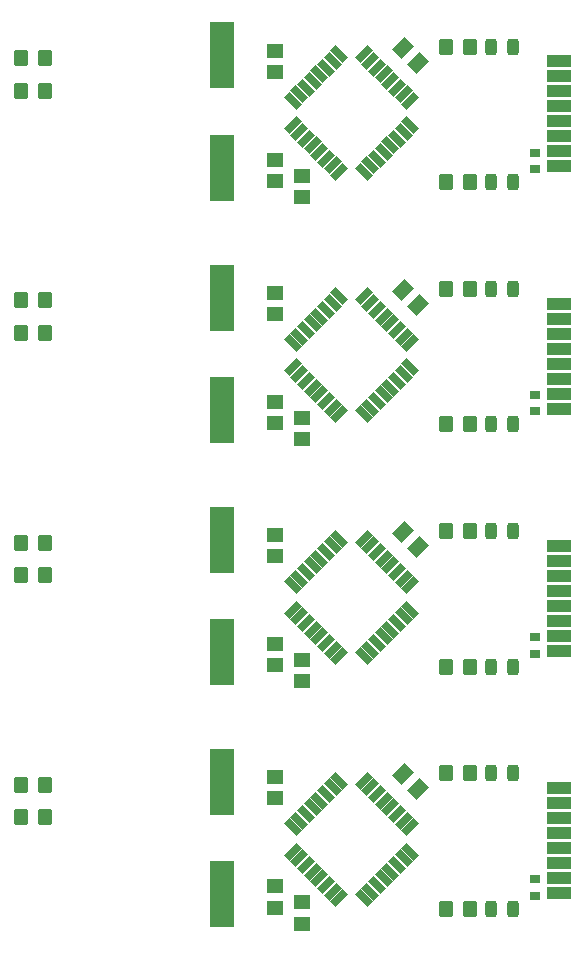
<source format=gbp>
%TF.GenerationSoftware,KiCad,Pcbnew,7.0.5*%
%TF.CreationDate,2023-11-06T22:37:59+10:00*%
%TF.ProjectId,TallyLight_Panel,54616c6c-794c-4696-9768-745f50616e65,rev?*%
%TF.SameCoordinates,Original*%
%TF.FileFunction,Paste,Bot*%
%TF.FilePolarity,Positive*%
%FSLAX46Y46*%
G04 Gerber Fmt 4.6, Leading zero omitted, Abs format (unit mm)*
G04 Created by KiCad (PCBNEW 7.0.5) date 2023-11-06 22:37:59*
%MOMM*%
%LPD*%
G01*
G04 APERTURE LIST*
G04 Aperture macros list*
%AMRoundRect*
0 Rectangle with rounded corners*
0 $1 Rounding radius*
0 $2 $3 $4 $5 $6 $7 $8 $9 X,Y pos of 4 corners*
0 Add a 4 corners polygon primitive as box body*
4,1,4,$2,$3,$4,$5,$6,$7,$8,$9,$2,$3,0*
0 Add four circle primitives for the rounded corners*
1,1,$1+$1,$2,$3*
1,1,$1+$1,$4,$5*
1,1,$1+$1,$6,$7*
1,1,$1+$1,$8,$9*
0 Add four rect primitives between the rounded corners*
20,1,$1+$1,$2,$3,$4,$5,0*
20,1,$1+$1,$4,$5,$6,$7,0*
20,1,$1+$1,$6,$7,$8,$9,0*
20,1,$1+$1,$8,$9,$2,$3,0*%
%AMRotRect*
0 Rectangle, with rotation*
0 The origin of the aperture is its center*
0 $1 length*
0 $2 width*
0 $3 Rotation angle, in degrees counterclockwise*
0 Add horizontal line*
21,1,$1,$2,0,0,$3*%
G04 Aperture macros list end*
%ADD10RoundRect,0.250000X0.350000X0.450000X-0.350000X0.450000X-0.350000X-0.450000X0.350000X-0.450000X0*%
%ADD11R,1.450000X1.150000*%
%ADD12RoundRect,0.250000X-0.350000X-0.450000X0.350000X-0.450000X0.350000X0.450000X-0.350000X0.450000X0*%
%ADD13RoundRect,0.243750X0.243750X0.456250X-0.243750X0.456250X-0.243750X-0.456250X0.243750X-0.456250X0*%
%ADD14R,2.000000X1.000000*%
%ADD15R,0.940000X0.750000*%
%ADD16R,2.100000X5.600000*%
%ADD17RotRect,1.150000X1.450000X315.000000*%
%ADD18RotRect,0.600000X1.500000X315.000000*%
%ADD19RotRect,0.600000X1.500000X45.000000*%
G04 APERTURE END LIST*
D10*
%TO.C,R2*%
X90000000Y-121875000D03*
X88000000Y-121875000D03*
%TD*%
D11*
%TO.C,C17*%
X109500000Y-129525000D03*
X109500000Y-127725000D03*
%TD*%
D12*
%TO.C,R4*%
X124000000Y-129625000D03*
X126000000Y-129625000D03*
%TD*%
D13*
%TO.C,5V*%
X129625000Y-118125000D03*
X127750000Y-118125000D03*
%TD*%
D14*
%TO.C,NRF24L01*%
X133550000Y-127005000D03*
X133550000Y-128275000D03*
X133550000Y-125735000D03*
X133550000Y-124465000D03*
X133550000Y-123195000D03*
X133550000Y-121925000D03*
X133550000Y-120655000D03*
X133550000Y-119385000D03*
%TD*%
D15*
%TO.C,C12*%
X131500000Y-128525000D03*
X131500000Y-127125000D03*
%TD*%
D13*
%TO.C,3V3*%
X129687500Y-129625000D03*
X127812500Y-129625000D03*
%TD*%
D11*
%TO.C,C18*%
X109500000Y-118475000D03*
X109500000Y-120275000D03*
%TD*%
D12*
%TO.C,R5*%
X124000000Y-118125000D03*
X126000000Y-118125000D03*
%TD*%
D16*
%TO.C,16M*%
X105000000Y-128375000D03*
X105000000Y-118875000D03*
%TD*%
D17*
%TO.C,C16*%
X120363604Y-118238604D03*
X121636396Y-119511396D03*
%TD*%
D10*
%TO.C,R1*%
X90000000Y-119125000D03*
X88000000Y-119125000D03*
%TD*%
D11*
%TO.C,C14*%
X111750000Y-130875000D03*
X111750000Y-129075000D03*
%TD*%
D18*
%TO.C,ATMEGA328P*%
X114949390Y-128756371D03*
X114383705Y-128190685D03*
X113818019Y-127625000D03*
X113252334Y-127059315D03*
X112686648Y-126493629D03*
X112120963Y-125927944D03*
X111555278Y-125362258D03*
X110989592Y-124796573D03*
D19*
X110989592Y-122745963D03*
X111555278Y-122180278D03*
X112120963Y-121614592D03*
X112686648Y-121048907D03*
X113252334Y-120483221D03*
X113818019Y-119917536D03*
X114383705Y-119351851D03*
X114949390Y-118786165D03*
D18*
X117000000Y-118786165D03*
X117565685Y-119351851D03*
X118131371Y-119917536D03*
X118697056Y-120483221D03*
X119262742Y-121048907D03*
X119828427Y-121614592D03*
X120394112Y-122180278D03*
X120959798Y-122745963D03*
D19*
X120959798Y-124796573D03*
X120394112Y-125362258D03*
X119828427Y-125927944D03*
X119262742Y-126493629D03*
X118697056Y-127059315D03*
X118131371Y-127625000D03*
X117565685Y-128190685D03*
X117000000Y-128756371D03*
%TD*%
D11*
%TO.C,C17*%
X109500000Y-109025000D03*
X109500000Y-107225000D03*
%TD*%
D12*
%TO.C,R4*%
X124000000Y-109125000D03*
X126000000Y-109125000D03*
%TD*%
D13*
%TO.C,5V*%
X129625000Y-97625000D03*
X127750000Y-97625000D03*
%TD*%
D14*
%TO.C,NRF24L01*%
X133550000Y-106505000D03*
X133550000Y-107775000D03*
X133550000Y-105235000D03*
X133550000Y-103965000D03*
X133550000Y-102695000D03*
X133550000Y-101425000D03*
X133550000Y-100155000D03*
X133550000Y-98885000D03*
%TD*%
D15*
%TO.C,C12*%
X131500000Y-108025000D03*
X131500000Y-106625000D03*
%TD*%
D11*
%TO.C,C18*%
X109500000Y-97975000D03*
X109500000Y-99775000D03*
%TD*%
D16*
%TO.C,16M*%
X105000000Y-107875000D03*
X105000000Y-98375000D03*
%TD*%
D10*
%TO.C,R1*%
X90000000Y-98625000D03*
X88000000Y-98625000D03*
%TD*%
D17*
%TO.C,C16*%
X120363604Y-97738604D03*
X121636396Y-99011396D03*
%TD*%
D12*
%TO.C,R5*%
X124000000Y-97625000D03*
X126000000Y-97625000D03*
%TD*%
D11*
%TO.C,C14*%
X111750000Y-110375000D03*
X111750000Y-108575000D03*
%TD*%
D18*
%TO.C,ATMEGA328P*%
X114949390Y-108256371D03*
X114383705Y-107690685D03*
X113818019Y-107125000D03*
X113252334Y-106559315D03*
X112686648Y-105993629D03*
X112120963Y-105427944D03*
X111555278Y-104862258D03*
X110989592Y-104296573D03*
D19*
X110989592Y-102245963D03*
X111555278Y-101680278D03*
X112120963Y-101114592D03*
X112686648Y-100548907D03*
X113252334Y-99983221D03*
X113818019Y-99417536D03*
X114383705Y-98851851D03*
X114949390Y-98286165D03*
D18*
X117000000Y-98286165D03*
X117565685Y-98851851D03*
X118131371Y-99417536D03*
X118697056Y-99983221D03*
X119262742Y-100548907D03*
X119828427Y-101114592D03*
X120394112Y-101680278D03*
X120959798Y-102245963D03*
D19*
X120959798Y-104296573D03*
X120394112Y-104862258D03*
X119828427Y-105427944D03*
X119262742Y-105993629D03*
X118697056Y-106559315D03*
X118131371Y-107125000D03*
X117565685Y-107690685D03*
X117000000Y-108256371D03*
%TD*%
D10*
%TO.C,R2*%
X90000000Y-101375000D03*
X88000000Y-101375000D03*
%TD*%
D13*
%TO.C,3V3*%
X129687500Y-109125000D03*
X127812500Y-109125000D03*
%TD*%
D10*
%TO.C,R2*%
X90000000Y-80875000D03*
X88000000Y-80875000D03*
%TD*%
D11*
%TO.C,C17*%
X109500000Y-88525000D03*
X109500000Y-86725000D03*
%TD*%
D12*
%TO.C,R4*%
X124000000Y-88625000D03*
X126000000Y-88625000D03*
%TD*%
D13*
%TO.C,5V*%
X129625000Y-77125000D03*
X127750000Y-77125000D03*
%TD*%
D14*
%TO.C,NRF24L01*%
X133550000Y-86005000D03*
X133550000Y-87275000D03*
X133550000Y-84735000D03*
X133550000Y-83465000D03*
X133550000Y-82195000D03*
X133550000Y-80925000D03*
X133550000Y-79655000D03*
X133550000Y-78385000D03*
%TD*%
D13*
%TO.C,3V3*%
X129687500Y-88625000D03*
X127812500Y-88625000D03*
%TD*%
D12*
%TO.C,R5*%
X124000000Y-77125000D03*
X126000000Y-77125000D03*
%TD*%
D16*
%TO.C,16M*%
X105000000Y-87375000D03*
X105000000Y-77875000D03*
%TD*%
D10*
%TO.C,R1*%
X90000000Y-78125000D03*
X88000000Y-78125000D03*
%TD*%
D17*
%TO.C,C16*%
X120363604Y-77238604D03*
X121636396Y-78511396D03*
%TD*%
D11*
%TO.C,C14*%
X111750000Y-89875000D03*
X111750000Y-88075000D03*
%TD*%
D18*
%TO.C,ATMEGA328P*%
X114949390Y-87756371D03*
X114383705Y-87190685D03*
X113818019Y-86625000D03*
X113252334Y-86059315D03*
X112686648Y-85493629D03*
X112120963Y-84927944D03*
X111555278Y-84362258D03*
X110989592Y-83796573D03*
D19*
X110989592Y-81745963D03*
X111555278Y-81180278D03*
X112120963Y-80614592D03*
X112686648Y-80048907D03*
X113252334Y-79483221D03*
X113818019Y-78917536D03*
X114383705Y-78351851D03*
X114949390Y-77786165D03*
D18*
X117000000Y-77786165D03*
X117565685Y-78351851D03*
X118131371Y-78917536D03*
X118697056Y-79483221D03*
X119262742Y-80048907D03*
X119828427Y-80614592D03*
X120394112Y-81180278D03*
X120959798Y-81745963D03*
D19*
X120959798Y-83796573D03*
X120394112Y-84362258D03*
X119828427Y-84927944D03*
X119262742Y-85493629D03*
X118697056Y-86059315D03*
X118131371Y-86625000D03*
X117565685Y-87190685D03*
X117000000Y-87756371D03*
%TD*%
D11*
%TO.C,C18*%
X109500000Y-77475000D03*
X109500000Y-79275000D03*
%TD*%
D15*
%TO.C,C12*%
X131500000Y-87525000D03*
X131500000Y-86125000D03*
%TD*%
%TO.C,C12*%
X131500000Y-67025000D03*
X131500000Y-65625000D03*
%TD*%
D13*
%TO.C,5V*%
X129625000Y-56625000D03*
X127750000Y-56625000D03*
%TD*%
D11*
%TO.C,C17*%
X109500000Y-68025000D03*
X109500000Y-66225000D03*
%TD*%
D10*
%TO.C,R1*%
X90000000Y-57625000D03*
X88000000Y-57625000D03*
%TD*%
D17*
%TO.C,C16*%
X120363604Y-56738604D03*
X121636396Y-58011396D03*
%TD*%
D11*
%TO.C,C14*%
X111750000Y-69375000D03*
X111750000Y-67575000D03*
%TD*%
D14*
%TO.C,NRF24L01*%
X133550000Y-65505000D03*
X133550000Y-66775000D03*
X133550000Y-64235000D03*
X133550000Y-62965000D03*
X133550000Y-61695000D03*
X133550000Y-60425000D03*
X133550000Y-59155000D03*
X133550000Y-57885000D03*
%TD*%
D16*
%TO.C,16M*%
X105000000Y-66875000D03*
X105000000Y-57375000D03*
%TD*%
D12*
%TO.C,R5*%
X124000000Y-56625000D03*
X126000000Y-56625000D03*
%TD*%
D13*
%TO.C,3V3*%
X129687500Y-68125000D03*
X127812500Y-68125000D03*
%TD*%
D12*
%TO.C,R4*%
X124000000Y-68125000D03*
X126000000Y-68125000D03*
%TD*%
D11*
%TO.C,C18*%
X109500000Y-56975000D03*
X109500000Y-58775000D03*
%TD*%
D18*
%TO.C,ATMEGA328P*%
X114949390Y-67256371D03*
X114383705Y-66690685D03*
X113818019Y-66125000D03*
X113252334Y-65559315D03*
X112686648Y-64993629D03*
X112120963Y-64427944D03*
X111555278Y-63862258D03*
X110989592Y-63296573D03*
D19*
X110989592Y-61245963D03*
X111555278Y-60680278D03*
X112120963Y-60114592D03*
X112686648Y-59548907D03*
X113252334Y-58983221D03*
X113818019Y-58417536D03*
X114383705Y-57851851D03*
X114949390Y-57286165D03*
D18*
X117000000Y-57286165D03*
X117565685Y-57851851D03*
X118131371Y-58417536D03*
X118697056Y-58983221D03*
X119262742Y-59548907D03*
X119828427Y-60114592D03*
X120394112Y-60680278D03*
X120959798Y-61245963D03*
D19*
X120959798Y-63296573D03*
X120394112Y-63862258D03*
X119828427Y-64427944D03*
X119262742Y-64993629D03*
X118697056Y-65559315D03*
X118131371Y-66125000D03*
X117565685Y-66690685D03*
X117000000Y-67256371D03*
%TD*%
D10*
%TO.C,R2*%
X90000000Y-60375000D03*
X88000000Y-60375000D03*
%TD*%
M02*

</source>
